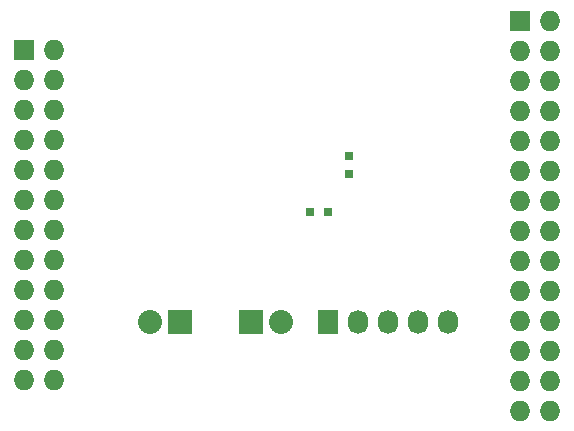
<source format=gbs>
G04 #@! TF.FileFunction,Soldermask,Bot*
%FSLAX46Y46*%
G04 Gerber Fmt 4.6, Leading zero omitted, Abs format (unit mm)*
G04 Created by KiCad (PCBNEW (2015-01-16 BZR 5376)-product) date 23/07/2015 12:13:06*
%MOMM*%
G01*
G04 APERTURE LIST*
%ADD10C,0.100000*%
%ADD11R,0.750000X0.800000*%
%ADD12R,0.800000X0.750000*%
%ADD13R,2.032000X2.032000*%
%ADD14O,2.032000X2.032000*%
%ADD15R,1.727200X1.727200*%
%ADD16O,1.727200X1.727200*%
%ADD17R,1.727200X2.032000*%
%ADD18O,1.727200X2.032000*%
G04 APERTURE END LIST*
D10*
D11*
X90500000Y-80000000D03*
X90500000Y-81500000D03*
D12*
X87250000Y-84750000D03*
X88750000Y-84750000D03*
D13*
X76250000Y-94000000D03*
D14*
X73710000Y-94000000D03*
D15*
X105000000Y-68500000D03*
D16*
X107540000Y-68500000D03*
X105000000Y-71040000D03*
X107540000Y-71040000D03*
X105000000Y-73580000D03*
X107540000Y-73580000D03*
X105000000Y-76120000D03*
X107540000Y-76120000D03*
X105000000Y-78660000D03*
X107540000Y-78660000D03*
X105000000Y-81200000D03*
X107540000Y-81200000D03*
X105000000Y-83740000D03*
X107540000Y-83740000D03*
X105000000Y-86280000D03*
X107540000Y-86280000D03*
X105000000Y-88820000D03*
X107540000Y-88820000D03*
X105000000Y-91360000D03*
X107540000Y-91360000D03*
X105000000Y-93900000D03*
X107540000Y-93900000D03*
X105000000Y-96440000D03*
X107540000Y-96440000D03*
X105000000Y-98980000D03*
X107540000Y-98980000D03*
X105000000Y-101520000D03*
X107540000Y-101520000D03*
D17*
X88750000Y-94000000D03*
D18*
X91290000Y-94000000D03*
X93830000Y-94000000D03*
X96370000Y-94000000D03*
X98910000Y-94000000D03*
D13*
X82250000Y-94000000D03*
D14*
X84790000Y-94000000D03*
D15*
X63000000Y-71000000D03*
D16*
X65540000Y-71000000D03*
X63000000Y-73540000D03*
X65540000Y-73540000D03*
X63000000Y-76080000D03*
X65540000Y-76080000D03*
X63000000Y-78620000D03*
X65540000Y-78620000D03*
X63000000Y-81160000D03*
X65540000Y-81160000D03*
X63000000Y-83700000D03*
X65540000Y-83700000D03*
X63000000Y-86240000D03*
X65540000Y-86240000D03*
X63000000Y-88780000D03*
X65540000Y-88780000D03*
X63000000Y-91320000D03*
X65540000Y-91320000D03*
X63000000Y-93860000D03*
X65540000Y-93860000D03*
X63000000Y-96400000D03*
X65540000Y-96400000D03*
X63000000Y-98940000D03*
X65540000Y-98940000D03*
M02*

</source>
